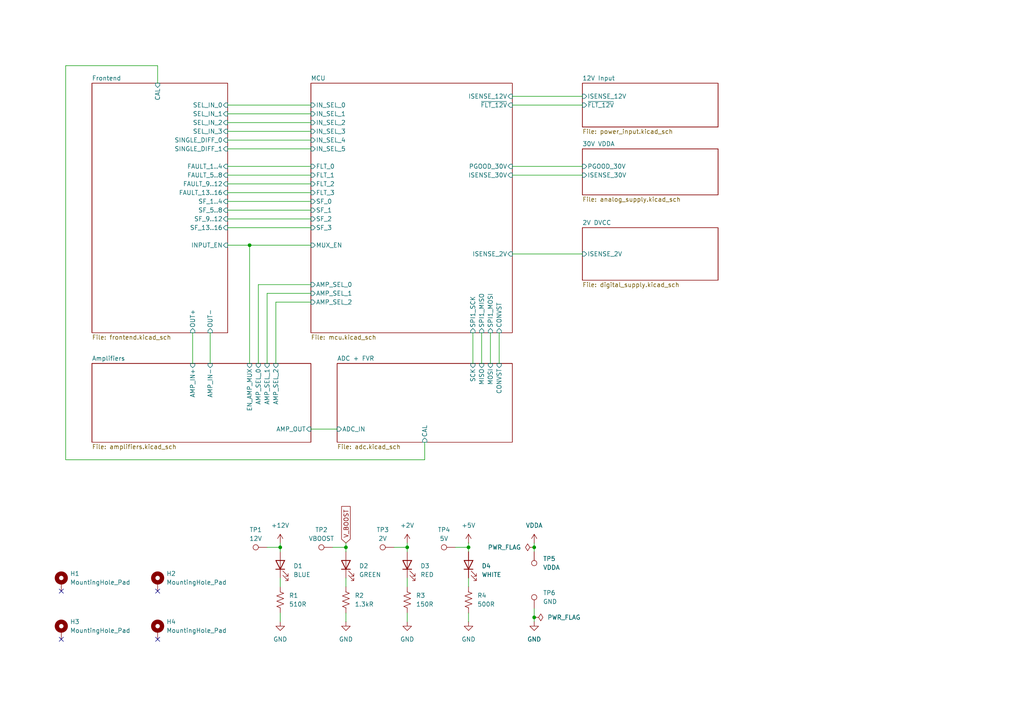
<source format=kicad_sch>
(kicad_sch (version 20250114) (generator "eeschema") (generator_version "9.0")
  (paper "A4")
  (lib_symbols
    (symbol "Connector:TestPoint" (pin_numbers (hide yes)) (pin_names (offset 0.762) (hide yes))
      (property "Reference" "TP" (at 0 6.858 0))
      (property "Value" "TestPoint" (at 0 5.08 0))
      (symbol "TestPoint_0_1"
        (circle (center 0 3.302) (radius 0.762))
      )
      (symbol "TestPoint_1_1"
        (pin passive line (at 0 0 90) (length 2.54) (name "1") (number "1"))
      )
    )
    (symbol "Device:LED" (pin_numbers (hide yes)) (pin_names (offset 1.016) (hide yes))
      (property "Reference" "D" (at 0 2.54 0))
      (property "Value" "LED" (at 0 -2.54 0))
      (symbol "LED_0_1"
        (polyline (pts (xy -3.048 -0.762) (xy -4.572 -2.286) (xy -3.81 -2.286) (xy -4.572 -2.286) (xy -4.572 -1.524)))
        (polyline (pts (xy -1.778 -0.762) (xy -3.302 -2.286) (xy -2.54 -2.286) (xy -3.302 -2.286) (xy -3.302 -1.524)))
        (polyline (pts (xy -1.27 0) (xy 1.27 0)))
        (polyline (pts (xy -1.27 -1.27) (xy -1.27 1.27)) (stroke (width 0.254)))
        (polyline (pts (xy 1.27 -1.27) (xy 1.27 1.27) (xy -1.27 0) (xy 1.27 -1.27)) (stroke (width 0.254)))
      )
      (symbol "LED_1_1"
        (pin passive line (at -3.81 0 0) (length 2.54) (name "K") (number "1"))
        (pin passive line (at 3.81 0 180) (length 2.54) (name "A") (number "2"))
      )
    )
    (symbol "Device:R_US" (pin_numbers (hide yes)) (pin_names (offset 0))
      (property "Reference" "R" (at 2.54 0 90))
      (property "Value" "R_US" (at -2.54 0 90))
      (symbol "R_US_0_1"
        (polyline (pts (xy 0 2.286) (xy 0 2.54)))
        (polyline (pts (xy 0 2.286) (xy 1.016 1.905) (xy 0 1.524) (xy -1.016 1.143) (xy 0 0.762)))
        (polyline (pts (xy 0 0.762) (xy 1.016 0.381) (xy 0 0) (xy -1.016 -0.381) (xy 0 -0.762)))
        (polyline (pts (xy 0 -0.762) (xy 1.016 -1.143) (xy 0 -1.524) (xy -1.016 -1.905) (xy 0 -2.286)))
        (polyline (pts (xy 0 -2.286) (xy 0 -2.54)))
      )
      (symbol "R_US_1_1"
        (pin passive line (at 0 3.81 270) (length 1.27) (name "~") (number "1"))
        (pin passive line (at 0 -3.81 90) (length 1.27) (name "~") (number "2"))
      )
    )
    (symbol "Mechanical:MountingHole_Pad" (pin_numbers (hide yes)) (pin_names (offset 1.016) (hide yes)) (exclude_from_sim yes) (in_bom no)
      (property "Reference" "H" (at 0 6.35 0))
      (property "Value" "MountingHole_Pad" (at 0 4.445 0))
      (symbol "MountingHole_Pad_0_1"
        (circle (center 0 1.27) (radius 1.27) (stroke (width 1.27)))
      )
      (symbol "MountingHole_Pad_1_1"
        (pin input line (at 0 -2.54 90) (length 2.54) (name "1") (number "1"))
      )
    )
    (symbol "input_board:+2V" (power) (pin_numbers (hide yes)) (pin_names (offset 0) (hide yes))
      (property "Value" "+2V" (at 0 3.556 0))
      (symbol "+2V_0_1"
        (polyline (pts (xy -0.762 1.27) (xy 0 2.54)))
        (polyline (pts (xy 0 2.54) (xy 0.762 1.27)))
        (polyline (pts (xy 0 0) (xy 0 2.54)))
      )
      (symbol "+2V_1_1"
        (pin power_in line (at 0 0 90) (length 0) (name "~") (number "1"))
      )
    )
    (symbol "power:+12V" (power) (pin_numbers (hide yes)) (pin_names (offset 0) (hide yes))
      (property "Value" "+12V" (at 0 3.556 0))
      (symbol "+12V_0_1"
        (polyline (pts (xy -0.762 1.27) (xy 0 2.54)))
        (polyline (pts (xy 0 2.54) (xy 0.762 1.27)))
        (polyline (pts (xy 0 0) (xy 0 2.54)))
      )
      (symbol "+12V_1_1"
        (pin power_in line (at 0 0 90) (length 0) (name "~") (number "1"))
      )
    )
    (symbol "power:+5V" (power) (pin_numbers (hide yes)) (pin_names (offset 0) (hide yes))
      (property "Value" "+5V" (at 0 3.556 0))
      (symbol "+5V_0_1"
        (polyline (pts (xy -0.762 1.27) (xy 0 2.54)))
        (polyline (pts (xy 0 2.54) (xy 0.762 1.27)))
        (polyline (pts (xy 0 0) (xy 0 2.54)))
      )
      (symbol "+5V_1_1"
        (pin power_in line (at 0 0 90) (length 0) (name "~") (number "1"))
      )
    )
    (symbol "power:GND" (power) (pin_numbers (hide yes)) (pin_names (offset 0) (hide yes))
      (property "Value" "GND" (at 0 -3.81 0))
      (symbol "GND_0_1"
        (polyline (pts (xy 0 0) (xy 0 -1.27) (xy 1.27 -1.27) (xy 0 -2.54) (xy -1.27 -1.27) (xy 0 -1.27)))
      )
      (symbol "GND_1_1"
        (pin power_in line (at 0 0 270) (length 0) (name "~") (number "1"))
      )
    )
    (symbol "power:PWR_FLAG" (power) (pin_numbers (hide yes)) (pin_names (offset 0) (hide yes))
      (property "Value" "PWR_FLAG" (at 0 3.81 0))
      (symbol "PWR_FLAG_0_0"
        (pin power_out line (at 0 0 90) (length 0) (name "~") (number "1"))
      )
      (symbol "PWR_FLAG_0_1"
        (polyline (pts (xy 0 0) (xy 0 1.27) (xy -1.016 1.905) (xy 0 2.54) (xy 1.016 1.905) (xy 0 1.27)))
      )
    )
    (symbol "power:VDDA" (power) (pin_numbers (hide yes)) (pin_names (offset 0) (hide yes))
      (property "Value" "VDDA" (at 0 3.556 0))
      (symbol "VDDA_0_1"
        (polyline (pts (xy -0.762 1.27) (xy 0 2.54)))
        (polyline (pts (xy 0 2.54) (xy 0.762 1.27)))
        (polyline (pts (xy 0 0) (xy 0 2.54)))
      )
      (symbol "VDDA_1_1"
        (pin power_in line (at 0 0 90) (length 0) (name "~") (number "1"))
      )
    )
  )
  (junction (at 118.11 158.75))
  (junction (at 100.33 158.75))
  (junction (at 72.39 71.12))
  (junction (at 154.94 179.07))
  (junction (at 135.89 158.75))
  (junction (at 81.28 158.75))
  (junction (at 154.94 158.75))
  (no_connect (at 45.72 171.45))
  (no_connect (at 45.72 185.42))
  (no_connect (at 17.78 171.45))
  (no_connect (at 17.78 185.42))
  (wire (pts (xy 45.72 19.05) (xy 19.05 19.05)))
  (wire (pts (xy 142.24 96.52) (xy 142.24 105.41)))
  (wire (pts (xy 72.39 71.12) (xy 72.39 105.41)))
  (wire (pts (xy 66.04 43.18) (xy 90.17 43.18)))
  (wire (pts (xy 90.17 85.09) (xy 77.47 85.09)))
  (wire (pts (xy 154.94 179.07) (xy 154.94 180.34)))
  (wire (pts (xy 77.47 85.09) (xy 77.47 105.41)))
  (wire (pts (xy 118.11 167.64) (xy 118.11 170.18)))
  (wire (pts (xy 66.04 55.88) (xy 90.17 55.88)))
  (wire (pts (xy 135.89 167.64) (xy 135.89 170.18)))
  (wire (pts (xy 66.04 66.04) (xy 90.17 66.04)))
  (wire (pts (xy 135.89 177.8) (xy 135.89 180.34)))
  (wire (pts (xy 66.04 50.8) (xy 90.17 50.8)))
  (wire (pts (xy 100.33 157.48) (xy 100.33 158.75)))
  (wire (pts (xy 66.04 60.96) (xy 90.17 60.96)))
  (wire (pts (xy 148.59 27.94) (xy 168.91 27.94)))
  (wire (pts (xy 80.01 87.63) (xy 80.01 105.41)))
  (wire (pts (xy 81.28 167.64) (xy 81.28 170.18)))
  (wire (pts (xy 118.11 158.75) (xy 118.11 160.02)))
  (wire (pts (xy 154.94 158.75) (xy 154.94 160.02)))
  (wire (pts (xy 90.17 87.63) (xy 80.01 87.63)))
  (wire (pts (xy 118.11 157.48) (xy 118.11 158.75)))
  (wire (pts (xy 118.11 177.8) (xy 118.11 180.34)))
  (wire (pts (xy 19.05 133.35) (xy 123.19 133.35)))
  (wire (pts (xy 66.04 58.42) (xy 90.17 58.42)))
  (wire (pts (xy 90.17 82.55) (xy 74.93 82.55)))
  (wire (pts (xy 114.3 158.75) (xy 118.11 158.75)))
  (wire (pts (xy 81.28 177.8) (xy 81.28 180.34)))
  (wire (pts (xy 55.88 96.52) (xy 55.88 105.41)))
  (wire (pts (xy 74.93 82.55) (xy 74.93 105.41)))
  (wire (pts (xy 144.78 96.52) (xy 144.78 105.41)))
  (wire (pts (xy 154.94 176.53) (xy 154.94 179.07)))
  (wire (pts (xy 60.96 96.52) (xy 60.96 105.41)))
  (wire (pts (xy 66.04 38.1) (xy 90.17 38.1)))
  (wire (pts (xy 135.89 157.48) (xy 135.89 158.75)))
  (wire (pts (xy 139.7 96.52) (xy 139.7 105.41)))
  (wire (pts (xy 132.08 158.75) (xy 135.89 158.75)))
  (wire (pts (xy 100.33 177.8) (xy 100.33 180.34)))
  (wire (pts (xy 72.39 71.12) (xy 90.17 71.12)))
  (wire (pts (xy 66.04 63.5) (xy 90.17 63.5)))
  (wire (pts (xy 135.89 158.75) (xy 135.89 160.02)))
  (wire (pts (xy 66.04 30.48) (xy 90.17 30.48)))
  (wire (pts (xy 66.04 53.34) (xy 90.17 53.34)))
  (wire (pts (xy 66.04 35.56) (xy 90.17 35.56)))
  (wire (pts (xy 148.59 50.8) (xy 168.91 50.8)))
  (wire (pts (xy 148.59 48.26) (xy 168.91 48.26)))
  (wire (pts (xy 66.04 33.02) (xy 90.17 33.02)))
  (wire (pts (xy 96.52 158.75) (xy 100.33 158.75)))
  (wire (pts (xy 100.33 158.75) (xy 100.33 160.02)))
  (wire (pts (xy 81.28 157.48) (xy 81.28 158.75)))
  (wire (pts (xy 77.47 158.75) (xy 81.28 158.75)))
  (wire (pts (xy 148.59 73.66) (xy 168.91 73.66)))
  (wire (pts (xy 137.16 96.52) (xy 137.16 105.41)))
  (wire (pts (xy 100.33 167.64) (xy 100.33 170.18)))
  (wire (pts (xy 66.04 48.26) (xy 90.17 48.26)))
  (wire (pts (xy 19.05 19.05) (xy 19.05 133.35)))
  (wire (pts (xy 148.59 30.48) (xy 168.91 30.48)))
  (wire (pts (xy 123.19 133.35) (xy 123.19 128.27)))
  (wire (pts (xy 154.94 158.75) (xy 154.94 157.48)))
  (wire (pts (xy 81.28 158.75) (xy 81.28 160.02)))
  (wire (pts (xy 66.04 40.64) (xy 90.17 40.64)))
  (wire (pts (xy 90.17 124.46) (xy 97.79 124.46)))
  (wire (pts (xy 45.72 24.13) (xy 45.72 19.05)))
  (wire (pts (xy 66.04 71.12) (xy 72.39 71.12)))
  (global_label "V_BOOST" (shape input) (at 100.33 157.48 90) (property "Intersheetrefs" "${INTERSHEET_REFS}" (effects (hide yes))))
  (symbol (lib_id "Device:R_US") (at 135.89 173.99 0) (unit 1)
    (property "Reference" "R4" (at 138.43 172.7199 0) (effects (justify left)))
    (property "Value" "500R" (at 138.43 175.2599 0) (effects (justify left)))
    (property "Footprint" "Resistor_SMD:R_0805_2012Metric_Pad1.20x1.40mm_HandSolder" (effects (hide yes)))
    (property "Description" "Resistor, US symbol" (effects (hide yes)))
  )
  (symbol (lib_id "Device:R_US") (at 118.11 173.99 0) (unit 1)
    (property "Reference" "R3" (at 120.65 172.7199 0) (effects (justify left)))
    (property "Value" "150R" (at 120.65 175.2599 0) (effects (justify left)))
    (property "Footprint" "Resistor_SMD:R_0805_2012Metric_Pad1.20x1.40mm_HandSolder" (effects (hide yes)))
    (property "Description" "Resistor, US symbol" (effects (hide yes)))
  )
  (symbol (lib_id "Device:LED") (at 100.33 163.83 90) (unit 1)
    (property "Reference" "D2" (at 104.14 164.1474 90) (effects (justify right)))
    (property "Value" "GREEN" (at 104.14 166.6874 90) (effects (justify right)))
    (property "Footprint" "LED_SMD:LED_1206_3216Metric_Pad1.42x1.75mm_HandSolder" (effects (hide yes)))
    (property "Description" "Light emitting diode" (effects (hide yes)))
  )
  (symbol (lib_id "Mechanical:MountingHole_Pad") (at 17.78 168.91 0) (unit 1) (exclude_from_sim yes) (in_bom no)
    (property "Reference" "H1" (at 20.32 166.3699 0) (effects (justify left)))
    (property "Value" "MountingHole_Pad" (at 20.32 168.9099 0) (effects (justify left)))
    (property "Footprint" "MountingHole:MountingHole_3.2mm_M3_DIN965_Pad" (effects (hide yes)))
    (property "Description" "Mounting Hole with connection" (effects (hide yes)))
  )
  (symbol (lib_id "power:GND") (at 100.33 180.34 0) (unit 1)
    (property "Reference" "#PWR06" (effects (hide yes)))
    (property "Value" "GND" (at 100.33 185.42 0))
    (property "Description" "Power symbol creates a global label with name \"GND\" , ground" (effects (hide yes)))
  )
  (symbol (lib_id "Connector:TestPoint") (at 114.3 158.75 90) (unit 1) (in_bom no)
    (property "Reference" "TP3" (at 110.998 153.67 90))
    (property "Value" "2V" (at 110.998 156.21 90))
    (property "Footprint" "TestPoint:TestPoint_Keystone_5000-5004_Miniature" (effects (hide yes)))
    (property "Description" "test point" (effects (hide yes)))
  )
  (symbol (lib_id "power:GND") (at 154.94 180.34 0) (unit 1)
    (property "Reference" "#PWR09" (effects (hide yes)))
    (property "Value" "GND" (at 154.94 185.42 0))
    (property "Description" "Power symbol creates a global label with name \"GND\" , ground" (effects (hide yes)))
  )
  (symbol (lib_id "power:VDDA") (at 154.94 157.48 0) (unit 1)
    (property "Reference" "#PWR04" (effects (hide yes)))
    (property "Value" "VDDA" (at 154.94 152.4 0))
    (property "Description" "Power symbol creates a global label with name \"VDDA\"" (effects (hide yes)))
  )
  (symbol (lib_id "power:+12V") (at 81.28 157.48 0) (unit 1)
    (property "Reference" "#PWR01" (effects (hide yes)))
    (property "Value" "+12V" (at 81.28 152.4 0))
    (property "Description" "Power symbol creates a global label with name \"+12V\"" (effects (hide yes)))
  )
  (symbol (lib_id "Connector:TestPoint") (at 96.52 158.75 90) (unit 1) (in_bom no)
    (property "Reference" "TP2" (at 93.218 153.67 90))
    (property "Value" "VBOOST" (at 93.218 156.21 90))
    (property "Footprint" "TestPoint:TestPoint_Keystone_5000-5004_Miniature" (effects (hide yes)))
    (property "Description" "test point" (effects (hide yes)))
  )
  (symbol (lib_id "Device:R_US") (at 81.28 173.99 0) (unit 1)
    (property "Reference" "R1" (at 83.82 172.7199 0) (effects (justify left)))
    (property "Value" "510R" (at 83.82 175.2599 0) (effects (justify left)))
    (property "Footprint" "Resistor_SMD:R_0805_2012Metric_Pad1.20x1.40mm_HandSolder" (effects (hide yes)))
    (property "Description" "Resistor, US symbol" (effects (hide yes)))
  )
  (symbol (lib_id "Connector:TestPoint") (at 154.94 176.53 0) (unit 1) (in_bom no)
    (property "Reference" "TP6" (at 157.48 171.9579 0) (effects (justify left)))
    (property "Value" "GND" (at 157.48 174.4979 0) (effects (justify left)))
    (property "Footprint" "TestPoint:TestPoint_Keystone_5000-5004_Miniature" (effects (hide yes)))
    (property "Description" "test point" (effects (hide yes)))
  )
  (symbol (lib_id "power:GND") (at 135.89 180.34 0) (unit 1)
    (property "Reference" "#PWR08" (effects (hide yes)))
    (property "Value" "GND" (at 135.89 185.42 0))
    (property "Description" "Power symbol creates a global label with name \"GND\" , ground" (effects (hide yes)))
  )
  (symbol (lib_id "Connector:TestPoint") (at 77.47 158.75 90) (unit 1) (in_bom no)
    (property "Reference" "TP1" (at 74.168 153.67 90))
    (property "Value" "12V" (at 74.168 156.21 90))
    (property "Footprint" "TestPoint:TestPoint_Keystone_5000-5004_Miniature" (effects (hide yes)))
    (property "Description" "test point" (effects (hide yes)))
  )
  (symbol (lib_id "power:GND") (at 118.11 180.34 0) (unit 1)
    (property "Reference" "#PWR07" (effects (hide yes)))
    (property "Value" "GND" (at 118.11 185.42 0))
    (property "Description" "Power symbol creates a global label with name \"GND\" , ground" (effects (hide yes)))
  )
  (symbol (lib_id "power:PWR_FLAG") (at 154.94 179.07 270) (unit 1)
    (property "Reference" "#FLG02" (effects (hide yes)))
    (property "Value" "PWR_FLAG" (at 158.75 179.0699 90) (effects (justify left)))
    (property "Description" "Special symbol for telling ERC where power comes from" (effects (hide yes)))
  )
  (symbol (lib_id "Device:LED") (at 81.28 163.83 90) (unit 1)
    (property "Reference" "D1" (at 85.09 164.1474 90) (effects (justify right)))
    (property "Value" "BLUE" (at 85.09 166.6874 90) (effects (justify right)))
    (property "Footprint" "LED_SMD:LED_1206_3216Metric_Pad1.42x1.75mm_HandSolder" (effects (hide yes)))
    (property "Description" "Light emitting diode" (effects (hide yes)))
  )
  (symbol (lib_id "input_board:+2V") (at 118.11 157.48 0) (unit 1)
    (property "Reference" "#PWR02" (effects (hide yes)))
    (property "Value" "+2V" (at 118.11 152.4 0))
    (property "Description" "Power symbol creates a global label with name \"+2V\"" (effects (hide yes)))
  )
  (symbol (lib_id "Mechanical:MountingHole_Pad") (at 45.72 182.88 0) (unit 1) (exclude_from_sim yes) (in_bom no)
    (property "Reference" "H4" (at 48.26 180.3399 0) (effects (justify left)))
    (property "Value" "MountingHole_Pad" (at 48.26 182.8799 0) (effects (justify left)))
    (property "Footprint" "MountingHole:MountingHole_3.2mm_M3_DIN965_Pad" (effects (hide yes)))
    (property "Description" "Mounting Hole with connection" (effects (hide yes)))
  )
  (symbol (lib_id "power:+5V") (at 135.89 157.48 0) (unit 1)
    (property "Reference" "#PWR03" (effects (hide yes)))
    (property "Value" "+5V" (at 135.89 152.4 0))
    (property "Description" "Power symbol creates a global label with name \"+5V\"" (effects (hide yes)))
  )
  (symbol (lib_id "power:PWR_FLAG") (at 154.94 158.75 90) (unit 1)
    (property "Reference" "#FLG01" (effects (hide yes)))
    (property "Value" "PWR_FLAG" (at 151.13 158.7499 90) (effects (justify left)))
    (property "Description" "Special symbol for telling ERC where power comes from" (effects (hide yes)))
  )
  (symbol (lib_id "Connector:TestPoint") (at 132.08 158.75 90) (unit 1) (in_bom no)
    (property "Reference" "TP4" (at 128.778 153.67 90))
    (property "Value" "5V" (at 128.778 156.21 90))
    (property "Footprint" "TestPoint:TestPoint_Pad_1.5x1.5mm" (effects (hide yes)))
    (property "Description" "test point" (effects (hide yes)))
  )
  (symbol (lib_id "Connector:TestPoint") (at 154.94 160.02 180) (unit 1) (in_bom no)
    (property "Reference" "TP5" (at 157.48 162.0519 0) (effects (justify right)))
    (property "Value" "VDDA" (at 157.48 164.5919 0) (effects (justify right)))
    (property "Footprint" "TestPoint:TestPoint_Keystone_5000-5004_Miniature" (effects (hide yes)))
    (property "Description" "test point" (effects (hide yes)))
  )
  (symbol (lib_id "power:GND") (at 81.28 180.34 0) (unit 1)
    (property "Reference" "#PWR05" (effects (hide yes)))
    (property "Value" "GND" (at 81.28 185.42 0))
    (property "Description" "Power symbol creates a global label with name \"GND\" , ground" (effects (hide yes)))
  )
  (symbol (lib_id "Device:R_US") (at 100.33 173.99 0) (unit 1)
    (property "Reference" "R2" (at 102.87 172.7199 0) (effects (justify left)))
    (property "Value" "1.3kR" (at 102.87 175.2599 0) (effects (justify left)))
    (property "Footprint" "Resistor_SMD:R_0805_2012Metric_Pad1.20x1.40mm_HandSolder" (effects (hide yes)))
    (property "Description" "Resistor, US symbol" (effects (hide yes)))
  )
  (symbol (lib_id "Device:LED") (at 118.11 163.83 90) (unit 1)
    (property "Reference" "D3" (at 121.92 164.1474 90) (effects (justify right)))
    (property "Value" "RED" (at 121.92 166.6874 90) (effects (justify right)))
    (property "Footprint" "LED_SMD:LED_1206_3216Metric_Pad1.42x1.75mm_HandSolder" (effects (hide yes)))
    (property "Description" "Light emitting diode" (effects (hide yes)))
  )
  (symbol (lib_id "Mechanical:MountingHole_Pad") (at 17.78 182.88 0) (unit 1) (exclude_from_sim yes) (in_bom no)
    (property "Reference" "H3" (at 20.32 180.3399 0) (effects (justify left)))
    (property "Value" "MountingHole_Pad" (at 20.32 182.8799 0) (effects (justify left)))
    (property "Footprint" "MountingHole:MountingHole_3.2mm_M3_DIN965_Pad" (effects (hide yes)))
    (property "Description" "Mounting Hole with connection" (effects (hide yes)))
  )
  (symbol (lib_id "Device:LED") (at 135.89 163.83 90) (unit 1)
    (property "Reference" "D4" (at 139.7 164.1474 90) (effects (justify right)))
    (property "Value" "WHITE" (at 139.7 166.6874 90) (effects (justify right)))
    (property "Footprint" "LED_SMD:LED_1206_3216Metric_Pad1.42x1.75mm_HandSolder" (effects (hide yes)))
    (property "Description" "Light emitting diode" (effects (hide yes)))
  )
  (symbol (lib_id "Mechanical:MountingHole_Pad") (at 45.72 168.91 0) (unit 1) (exclude_from_sim yes) (in_bom no)
    (property "Reference" "H2" (at 48.26 166.3699 0) (effects (justify left)))
    (property "Value" "MountingHole_Pad" (at 48.26 168.9099 0) (effects (justify left)))
    (property "Footprint" "MountingHole:MountingHole_3.2mm_M3_DIN965_Pad" (effects (hide yes)))
    (property "Description" "Mounting Hole with connection" (effects (hide yes)))
  )
  (sheet (at 97.79 105.41) (size 50.8 22.86) (stroke (width 0.1524))
    (property "Sheetname" "ADC + FVR" (at 97.79 104.6984 0) (effects (justify left bottom)))
    (property "Sheetfile" "adc.kicad_sch" (at 97.79 128.8546 0) (effects (justify left top)))
    (pin "MOSI" input (at 142.24 105.41 90))
    (pin "CONVST" input (at 144.78 105.41 90))
    (pin "MISO" input (at 139.7 105.41 90))
    (pin "SCK" input (at 137.16 105.41 90))
    (pin "ADC_IN" input (at 97.79 124.46 180))
    (pin "CAL" input (at 123.19 128.27 270))
  )
  (sheet (at 26.67 105.41) (size 63.5 22.86) (stroke (width 0.1524))
    (property "Sheetname" "Amplifiers" (at 26.67 104.6984 0) (effects (justify left bottom)))
    (property "Sheetfile" "amplifiers.kicad_sch" (at 26.67 128.8546 0) (effects (justify left top)))
    (pin "AMP_IN+" input (at 55.88 105.41 90))
    (pin "EN_AMP_MUX" input (at 72.39 105.41 90))
    (pin "AMP_IN-" input (at 60.96 105.41 90))
    (pin "AMP_SEL_2" input (at 80.01 105.41 90))
    (pin "AMP_SEL_1" input (at 77.47 105.41 90))
    (pin "AMP_SEL_0" input (at 74.93 105.41 90))
    (pin "AMP_OUT" input (at 90.17 124.46 0))
  )
  (sheet (at 26.67 24.13) (size 39.37 72.39) (stroke (width 0.1524))
    (property "Sheetname" "Frontend" (at 26.67 23.4184 0) (effects (justify left bottom)))
    (property "Sheetfile" "frontend.kicad_sch" (at 26.67 97.1046 0) (effects (justify left top)))
    (pin "FAULT_13..16" input (at 66.04 55.88 0))
    (pin "FAULT_9..12" input (at 66.04 53.34 0))
    (pin "FAULT_5..8" input (at 66.04 50.8 0))
    (pin "SF_13..16" input (at 66.04 66.04 0))
    (pin "SF_9..12" input (at 66.04 63.5 0))
    (pin "FAULT_1..4" input (at 66.04 48.26 0))
    (pin "SINGLE_DIFF_0" input (at 66.04 40.64 0))
    (pin "SEL_IN_3" input (at 66.04 38.1 0))
    (pin "CAL" input (at 45.72 24.13 90))
    (pin "OUT+" input (at 55.88 96.52 270))
    (pin "SINGLE_DIFF_1" input (at 66.04 43.18 0))
    (pin "OUT-" input (at 60.96 96.52 270))
    (pin "SF_5..8" input (at 66.04 60.96 0))
    (pin "SF_1..4" input (at 66.04 58.42 0))
    (pin "SEL_IN_1" input (at 66.04 33.02 0))
    (pin "SEL_IN_0" input (at 66.04 30.48 0))
    (pin "SEL_IN_2" input (at 66.04 35.56 0))
    (pin "INPUT_EN" input (at 66.04 71.12 0))
  )
  (sheet (at 168.91 43.18) (size 39.37 13.335) (stroke (width 0.1524))
    (property "Sheetname" "30V VDDA" (at 168.91 42.4684 0) (effects (justify left bottom)))
    (property "Sheetfile" "analog_supply.kicad_sch" (at 168.91 57.0996 0) (effects (justify left top)))
    (pin "PGOOD_30V" input (at 168.91 48.26 180))
    (pin "ISENSE_30V" input (at 168.91 50.8 180))
  )
  (sheet (at 168.91 24.13) (size 39.37 12.7) (stroke (width 0.1524))
    (property "Sheetname" "12V Input" (at 168.91 23.4184 0) (effects (justify left bottom)))
    (property "Sheetfile" "power_input.kicad_sch" (at 168.91 37.4146 0) (effects (justify left top)))
    (pin "~{FLT_12V}" input (at 168.91 30.48 180))
    (pin "ISENSE_12V" input (at 168.91 27.94 180))
  )
  (sheet (at 168.91 66.04) (size 39.37 15.24) (stroke (width 0.1524))
    (property "Sheetname" "2V DVCC" (at 168.91 65.3284 0) (effects (justify left bottom)))
    (property "Sheetfile" "digital_supply.kicad_sch" (at 168.91 81.8646 0) (effects (justify left top)))
    (pin "ISENSE_2V" input (at 168.91 73.66 180))
  )
  (sheet (at 90.17 24.13) (size 58.42 72.39) (stroke (width 0.1524))
    (property "Sheetname" "MCU" (at 90.17 23.4184 0) (effects (justify left bottom)))
    (property "Sheetfile" "mcu.kicad_sch" (at 90.17 97.1046 0) (effects (justify left top)))
    (pin "SPI1_SCK" input (at 137.16 96.52 270))
    (pin "SPI1_MISO" input (at 139.7 96.52 270))
    (pin "SPI1_MOSI" input (at 142.24 96.52 270))
    (pin "MUX_EN" input (at 90.17 71.12 180))
    (pin "IN_SEL_0" input (at 90.17 30.48 180))
    (pin "IN_SEL_5" input (at 90.17 43.18 180))
    (pin "IN_SEL_3" input (at 90.17 38.1 180))
    (pin "IN_SEL_1" input (at 90.17 33.02 180))
    (pin "IN_SEL_2" input (at 90.17 35.56 180))
    (pin "IN_SEL_4" input (at 90.17 40.64 180))
    (pin "AMP_SEL_0" input (at 90.17 82.55 180))
    (pin "AMP_SEL_1" input (at 90.17 85.09 180))
    (pin "AMP_SEL_2" input (at 90.17 87.63 180))
    (pin "CONVST" input (at 144.78 96.52 270))
    (pin "SF_3" input (at 90.17 66.04 180))
    (pin "FLT_0" input (at 90.17 48.26 180))
    (pin "FLT_1" input (at 90.17 50.8 180))
    (pin "FLT_2" input (at 90.17 53.34 180))
    (pin "FLT_3" input (at 90.17 55.88 180))
    (pin "SF_0" input (at 90.17 58.42 180))
    (pin "SF_1" input (at 90.17 60.96 180))
    (pin "SF_2" input (at 90.17 63.5 180))
    (pin "ISENSE_30V" input (at 148.59 50.8 0))
    (pin "ISENSE_2V" input (at 148.59 73.66 0))
    (pin "ISENSE_12V" input (at 148.59 27.94 0))
    (pin "PGOOD_30V" input (at 148.59 48.26 0))
    (pin "~{FLT_12V}" input (at 148.59 30.48 0))
  )
)
</source>
